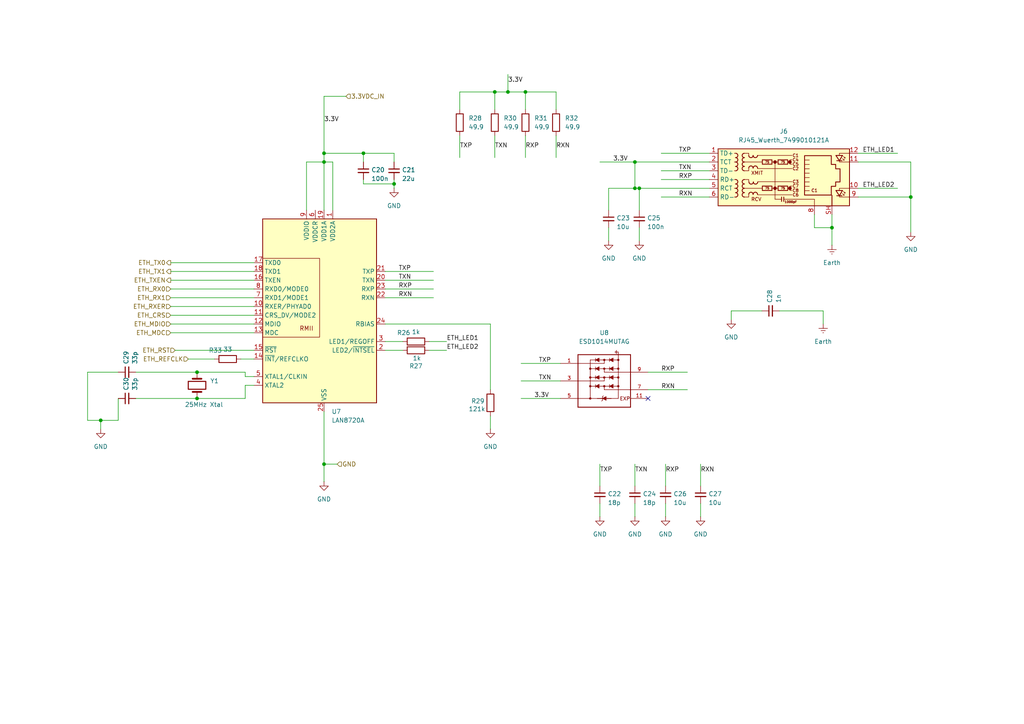
<source format=kicad_sch>
(kicad_sch (version 20231120) (generator "eeschema") (generator_version "8.0")
  (paper "A4")
  (lib_symbols
    (symbol "Connector:RJ45_Wuerth_7499010121A"
      (property "Reference" "J" (at 17.78 10.16 0))
      (property "Value" "RJ45_Wuerth_7499010121A" (at -6.35 10.16 0))
      (symbol "RJ45_Wuerth_7499010121A_0_0"
        (text "C1" (at 4.699 6.985 0) (effects (font (size 0.889 0.889))))
        (text "C1" (at 10.16 -3.175 0) (effects (font (size 0.889 0.889))))
        (text "C2" (at 4.699 3.175 0) (effects (font (size 0.889 0.889))))
        (text "C3" (at 4.699 -0.635 0) (effects (font (size 0.889 0.889))))
        (text "C4" (at 4.699 5.715 0) (effects (font (size 0.889 0.889))))
        (text "C5" (at 4.699 4.445 0) (effects (font (size 0.889 0.889))))
        (text "C6" (at 4.699 -4.445 0) (effects (font (size 0.889 0.889))))
        (text "C7" (at 4.699 -1.905 0) (effects (font (size 0.889 0.889))))
        (text "C8" (at 4.699 -3.175 0) (effects (font (size 0.889 0.889))))
        (text "RCV" (at -8.255 -5.715 0) (effects (font (size 1.016 1.016)) (justify left)))
        (text "XMIT" (at -8.255 1.905 0) (effects (font (size 1.016 1.016)) (justify left)))
      )
      (symbol "RJ45_Wuerth_7499010121A_1_0"
        (text "1000pF" (at 3.302 -6.477 0) (effects (font (size 0.635 0.635))))
      )
      (symbol "RJ45_Wuerth_7499010121A_1_1"
        (text "75" (at -3.556 -2.54 0) (effects (font (size 0.635 0.635))))
        (text "75" (at -3.556 5.08 0) (effects (font (size 0.635 0.635))))
        (text "75" (at 1.016 -2.54 0) (effects (font (size 0.635 0.635))))
        (text "75" (at 1.016 5.08 0) (effects (font (size 0.635 0.635))))
        (pin passive line (at -20.32 7.62 0) (length 2.54) (name "TD+") (number "1"))
        (pin passive line (at 22.86 -2.54 180) (length 2.54) (name "") (number "10"))
        (pin passive line (at 22.86 5.08 180) (length 2.54) (name "") (number "11"))
        (pin passive line (at 22.86 7.62 180) (length 2.54) (name "") (number "12"))
        (pin passive line (at -20.32 5.08 0) (length 2.54) (name "TCT") (number "2"))
        (pin passive line (at -20.32 2.54 0) (length 2.54) (name "TD-") (number "3"))
        (pin passive line (at -20.32 0 0) (length 2.54) (name "RD+") (number "4"))
        (pin passive line (at -20.32 -2.54 0) (length 2.54) (name "RCT") (number "5"))
        (pin passive line (at -20.32 -5.08 0) (length 2.54) (name "RD-") (number "6"))
        (pin no_connect line (at 20.32 0 0) (length 0) hide (name "NC") (number "7"))
        (pin power_in line (at 10.16 -10.16 90) (length 2.54) (name "") (number "8"))
        (pin passive line (at 22.86 -5.08 180) (length 2.54) (name "") (number "9"))
        (pin passive line (at 15.24 -10.16 90) (length 2.54) (name "") (number "SH"))
      )
    )
    (symbol "Device:C_Small" (pin_numbers hide) (pin_names (offset 0.254) hide)
      (property "Reference" "C" (at 0.254 1.778 0))
      (property "Value" "C_Small" (at 0.254 -2.032 0))
      (symbol "C_Small_1_1"
        (pin passive line (at 0 2.54 270) (length 2.032) (name "~") (number "1"))
        (pin passive line (at 0 -2.54 90) (length 2.032) (name "~") (number "2"))
      )
    )
    (symbol "Device:Crystal" (pin_numbers hide) (pin_names (offset 1.016) hide)
      (property "Reference" "Y" (at 0 3.81 0))
      (property "Value" "Crystal" (at 0 -3.81 0))
      (symbol "Crystal_1_1"
        (pin passive line (at -3.81 0 0) (length 1.27) (name "1") (number "1"))
        (pin passive line (at 3.81 0 180) (length 1.27) (name "2") (number "2"))
      )
    )
    (symbol "Device:R" (pin_numbers hide) (pin_names (offset 0))
      (property "Reference" "R" (at 2.032 0 90))
      (property "Value" "R" (at 0 0 90))
      (symbol "R_1_1"
        (pin passive line (at 0 3.81 270) (length 1.27) (name "~") (number "1"))
        (pin passive line (at 0 -3.81 90) (length 1.27) (name "~") (number "2"))
      )
    )
    (symbol "ESD1014MUTAG:ESD1014MUTAG" (pin_names (offset 1.016))
      (property "Reference" "U" (at -7.62 7.62 0))
      (property "Value" "ESD1014MUTAG" (at -7.62 -10.16 0))
      (symbol "ESD1014MUTAG_0_0"
        (text "EXP" (at 4.445 -5.715 0) (effects (font (size 1.016 1.016)) (justify left bottom)))
        (pin passive line (at -12.7 5.08 0) (length 5.08) (name "~") (number "1"))
        (pin passive line (at 12.7 -5.08 180) (length 5.08) (name "~") (number "11"))
        (pin passive line (at -12.7 0 0) (length 5.08) (name "~") (number "3"))
        (pin passive line (at -12.7 -5.08 0) (length 5.08) (name "~") (number "5"))
        (pin passive line (at 12.7 -2.54 180) (length 5.08) (name "~") (number "7"))
        (pin passive line (at 12.7 2.54 180) (length 5.08) (name "~") (number "9"))
      )
    )
    (symbol "Interface_Ethernet:LAN8720A"
      (property "Reference" "U" (at -13.97 29.21 0))
      (property "Value" "LAN8720A" (at 15.24 29.21 0))
      (symbol "LAN8720A_0_0"
        (text "RMII" (at -5.08 -3.81 0) (effects (font (size 1.27 1.27))))
      )
      (symbol "LAN8720A_1_1"
        (pin power_in line (at 2.54 30.48 270) (length 2.54) (name "VDD2A") (number "1"))
        (pin output line (at -20.32 2.54 0) (length 2.54) (name "RXER/PHYAD0") (number "10"))
        (pin bidirectional line (at -20.32 0 0) (length 2.54) (name "CRS_DV/MODE2") (number "11"))
        (pin bidirectional line (at -20.32 -2.54 0) (length 2.54) (name "MDIO") (number "12"))
        (pin input line (at -20.32 -5.08 0) (length 2.54) (name "MDC") (number "13"))
        (pin output line (at -20.32 -12.7 0) (length 2.54) (name "~{INT}/REFCLKO") (number "14"))
        (pin input line (at -20.32 -10.16 0) (length 2.54) (name "~{RST}") (number "15"))
        (pin input line (at -20.32 10.16 0) (length 2.54) (name "TXEN") (number "16"))
        (pin input line (at -20.32 15.24 0) (length 2.54) (name "TXD0") (number "17"))
        (pin input line (at -20.32 12.7 0) (length 2.54) (name "TXD1") (number "18"))
        (pin power_in line (at 0 30.48 270) (length 2.54) (name "VDD1A") (number "19"))
        (pin bidirectional line (at 17.78 -10.16 180) (length 2.54) (name "LED2/~{INTSEL}") (number "2"))
        (pin bidirectional line (at 17.78 10.16 180) (length 2.54) (name "TXN") (number "20"))
        (pin bidirectional line (at 17.78 12.7 180) (length 2.54) (name "TXP") (number "21"))
        (pin bidirectional line (at 17.78 5.08 180) (length 2.54) (name "RXN") (number "22"))
        (pin bidirectional line (at 17.78 7.62 180) (length 2.54) (name "RXP") (number "23"))
        (pin passive line (at 17.78 -2.54 180) (length 2.54) (name "RBIAS") (number "24"))
        (pin power_in line (at 0 -27.94 90) (length 2.54) (name "VSS") (number "25"))
        (pin bidirectional line (at 17.78 -7.62 180) (length 2.54) (name "LED1/REGOFF") (number "3"))
        (pin output line (at -20.32 -20.32 0) (length 2.54) (name "XTAL2") (number "4"))
        (pin input line (at -20.32 -17.78 0) (length 2.54) (name "XTAL1/CLKIN") (number "5"))
        (pin power_in line (at -2.54 30.48 270) (length 2.54) (name "VDDCR") (number "6"))
        (pin bidirectional line (at -20.32 5.08 0) (length 2.54) (name "RXD1/MODE1") (number "7"))
        (pin bidirectional line (at -20.32 7.62 0) (length 2.54) (name "RXD0/MODE0") (number "8"))
        (pin power_in line (at -5.08 30.48 270) (length 2.54) (name "VDDIO") (number "9"))
      )
    )
    (symbol "power:Earth" (power) (pin_numbers hide) (pin_names (offset 0) hide)
      (property "Value" "Earth" (at 0 -3.81 0))
      (symbol "Earth_1_1"
        (pin power_in line (at 0 0 270) (length 0) (name "~") (number "1"))
      )
    )
    (symbol "power:GND" (power) (pin_numbers hide) (pin_names (offset 0) hide)
      (property "Value" "GND" (at 0 -3.81 0))
      (symbol "GND_1_1"
        (pin power_in line (at 0 0 270) (length 0) (name "~") (number "1"))
      )
    )
  )
  (junction (at 184.15 54.61))
  (junction (at 143.51 26.67))
  (junction (at 57.15 107.95))
  (junction (at 93.98 134.62))
  (junction (at 93.98 46.99))
  (junction (at 241.3 66.04))
  (junction (at 152.4 26.67))
  (junction (at 114.3 53.34))
  (junction (at 264.16 57.15))
  (junction (at 105.41 44.45))
  (junction (at 147.32 26.67))
  (junction (at 185.42 54.61))
  (junction (at 184.15 46.99))
  (junction (at 93.98 44.45))
  (junction (at 57.15 115.57))
  (junction (at 29.21 121.92))
  (no_connect (at 187.96 115.57))
  (wire (pts (xy 151.13 110.49) (xy 162.56 110.49)))
  (wire (pts (xy 93.98 134.62) (xy 93.98 119.38)))
  (wire (pts (xy 173.99 46.99) (xy 184.15 46.99)))
  (wire (pts (xy 212.09 90.17) (xy 220.98 90.17)))
  (wire (pts (xy 133.35 31.75) (xy 133.35 26.67)))
  (wire (pts (xy 49.53 86.36) (xy 73.66 86.36)))
  (wire (pts (xy 264.16 57.15) (xy 264.16 67.31)))
  (wire (pts (xy 96.52 46.99) (xy 93.98 46.99)))
  (wire (pts (xy 212.09 92.71) (xy 212.09 90.17)))
  (wire (pts (xy 151.13 105.41) (xy 162.56 105.41)))
  (wire (pts (xy 142.24 120.65) (xy 142.24 124.46)))
  (wire (pts (xy 133.35 26.67) (xy 143.51 26.67)))
  (wire (pts (xy 238.76 93.98) (xy 238.76 90.17)))
  (wire (pts (xy 93.98 27.94) (xy 93.98 44.45)))
  (wire (pts (xy 111.76 99.06) (xy 116.84 99.06)))
  (wire (pts (xy 187.96 107.95) (xy 199.39 107.95)))
  (wire (pts (xy 39.37 107.95) (xy 57.15 107.95)))
  (wire (pts (xy 143.51 26.67) (xy 143.51 31.75)))
  (wire (pts (xy 193.04 146.05) (xy 193.04 149.86)))
  (wire (pts (xy 29.21 121.92) (xy 29.21 124.46)))
  (wire (pts (xy 161.29 26.67) (xy 161.29 31.75)))
  (wire (pts (xy 236.22 66.04) (xy 241.3 66.04)))
  (wire (pts (xy 191.77 57.15) (xy 205.74 57.15)))
  (wire (pts (xy 34.29 107.95) (xy 25.4 107.95)))
  (wire (pts (xy 152.4 26.67) (xy 152.4 31.75)))
  (wire (pts (xy 147.32 21.59) (xy 147.32 26.67)))
  (wire (pts (xy 105.41 52.07) (xy 105.41 53.34)))
  (wire (pts (xy 71.12 115.57) (xy 71.12 111.76)))
  (wire (pts (xy 105.41 53.34) (xy 114.3 53.34)))
  (wire (pts (xy 264.16 46.99) (xy 264.16 57.15)))
  (wire (pts (xy 152.4 39.37) (xy 152.4 45.72)))
  (wire (pts (xy 97.79 134.62) (xy 93.98 134.62)))
  (wire (pts (xy 143.51 26.67) (xy 147.32 26.67)))
  (wire (pts (xy 111.76 78.74) (xy 125.73 78.74)))
  (wire (pts (xy 184.15 54.61) (xy 185.42 54.61)))
  (wire (pts (xy 69.85 104.14) (xy 73.66 104.14)))
  (wire (pts (xy 191.77 52.07) (xy 205.74 52.07)))
  (wire (pts (xy 184.15 140.97) (xy 184.15 134.62)))
  (wire (pts (xy 184.15 146.05) (xy 184.15 149.86)))
  (wire (pts (xy 193.04 140.97) (xy 193.04 134.62)))
  (wire (pts (xy 25.4 121.92) (xy 29.21 121.92)))
  (wire (pts (xy 93.98 60.96) (xy 93.98 46.99)))
  (wire (pts (xy 143.51 39.37) (xy 143.51 45.72)))
  (wire (pts (xy 152.4 26.67) (xy 161.29 26.67)))
  (wire (pts (xy 226.06 90.17) (xy 238.76 90.17)))
  (wire (pts (xy 203.2 146.05) (xy 203.2 149.86)))
  (wire (pts (xy 176.53 60.96) (xy 176.53 54.61)))
  (wire (pts (xy 49.53 78.74) (xy 73.66 78.74)))
  (wire (pts (xy 184.15 46.99) (xy 205.74 46.99)))
  (wire (pts (xy 161.29 39.37) (xy 161.29 45.72)))
  (wire (pts (xy 111.76 93.98) (xy 142.24 93.98)))
  (wire (pts (xy 191.77 44.45) (xy 205.74 44.45)))
  (wire (pts (xy 241.3 62.23) (xy 241.3 66.04)))
  (wire (pts (xy 34.29 115.57) (xy 34.29 121.92)))
  (wire (pts (xy 93.98 46.99) (xy 88.9 46.99)))
  (wire (pts (xy 29.21 121.92) (xy 34.29 121.92)))
  (wire (pts (xy 100.33 27.94) (xy 93.98 27.94)))
  (wire (pts (xy 184.15 46.99) (xy 184.15 54.61)))
  (wire (pts (xy 111.76 86.36) (xy 125.73 86.36)))
  (wire (pts (xy 50.8 101.6) (xy 73.66 101.6)))
  (wire (pts (xy 93.98 44.45) (xy 105.41 44.45)))
  (wire (pts (xy 142.24 93.98) (xy 142.24 113.03)))
  (wire (pts (xy 248.92 46.99) (xy 264.16 46.99)))
  (wire (pts (xy 241.3 66.04) (xy 241.3 71.12)))
  (wire (pts (xy 49.53 96.52) (xy 73.66 96.52)))
  (wire (pts (xy 49.53 76.2) (xy 73.66 76.2)))
  (wire (pts (xy 71.12 109.22) (xy 73.66 109.22)))
  (wire (pts (xy 111.76 101.6) (xy 116.84 101.6)))
  (wire (pts (xy 236.22 62.23) (xy 236.22 66.04)))
  (wire (pts (xy 248.92 44.45) (xy 260.35 44.45)))
  (wire (pts (xy 114.3 52.07) (xy 114.3 53.34)))
  (wire (pts (xy 203.2 140.97) (xy 203.2 134.62)))
  (wire (pts (xy 248.92 54.61) (xy 260.35 54.61)))
  (wire (pts (xy 25.4 107.95) (xy 25.4 121.92)))
  (wire (pts (xy 176.53 66.04) (xy 176.53 69.85)))
  (wire (pts (xy 124.46 101.6) (xy 129.54 101.6)))
  (wire (pts (xy 173.99 140.97) (xy 173.99 134.62)))
  (wire (pts (xy 114.3 44.45) (xy 105.41 44.45)))
  (wire (pts (xy 173.99 146.05) (xy 173.99 149.86)))
  (wire (pts (xy 49.53 81.28) (xy 73.66 81.28)))
  (wire (pts (xy 176.53 54.61) (xy 184.15 54.61)))
  (wire (pts (xy 185.42 60.96) (xy 185.42 54.61)))
  (wire (pts (xy 124.46 99.06) (xy 129.54 99.06)))
  (wire (pts (xy 114.3 53.34) (xy 114.3 54.61)))
  (wire (pts (xy 151.13 115.57) (xy 162.56 115.57)))
  (wire (pts (xy 49.53 83.82) (xy 73.66 83.82)))
  (wire (pts (xy 111.76 83.82) (xy 125.73 83.82)))
  (wire (pts (xy 88.9 46.99) (xy 88.9 60.96)))
  (wire (pts (xy 185.42 66.04) (xy 185.42 69.85)))
  (wire (pts (xy 93.98 44.45) (xy 93.98 46.99)))
  (wire (pts (xy 96.52 60.96) (xy 96.52 46.99)))
  (wire (pts (xy 105.41 44.45) (xy 105.41 46.99)))
  (wire (pts (xy 71.12 107.95) (xy 71.12 109.22)))
  (wire (pts (xy 187.96 113.03) (xy 199.39 113.03)))
  (wire (pts (xy 133.35 39.37) (xy 133.35 45.72)))
  (wire (pts (xy 49.53 91.44) (xy 73.66 91.44)))
  (wire (pts (xy 185.42 54.61) (xy 205.74 54.61)))
  (wire (pts (xy 191.77 49.53) (xy 205.74 49.53)))
  (wire (pts (xy 248.92 57.15) (xy 264.16 57.15)))
  (wire (pts (xy 71.12 111.76) (xy 73.66 111.76)))
  (wire (pts (xy 57.15 115.57) (xy 71.12 115.57)))
  (wire (pts (xy 114.3 46.99) (xy 114.3 44.45)))
  (wire (pts (xy 39.37 115.57) (xy 57.15 115.57)))
  (wire (pts (xy 54.61 104.14) (xy 62.23 104.14)))
  (wire (pts (xy 111.76 81.28) (xy 125.73 81.28)))
  (wire (pts (xy 49.53 88.9) (xy 73.66 88.9)))
  (wire (pts (xy 49.53 93.98) (xy 73.66 93.98)))
  (wire (pts (xy 147.32 26.67) (xy 152.4 26.67)))
  (wire (pts (xy 57.15 107.95) (xy 71.12 107.95)))
  (wire (pts (xy 93.98 134.62) (xy 93.98 139.7)))
  (label "RXN" (at 161.29 43.18 0))
  (label "RXP" (at 115.57 83.82 0))
  (label "TXN" (at 196.85 49.53 0))
  (label "TXP" (at 156.21 105.41 0))
  (label "TXN" (at 115.57 81.28 0))
  (label "RXN" (at 191.77 113.03 0))
  (label "RXN" (at 115.57 86.36 0))
  (label "TXP" (at 115.57 78.74 0))
  (label "TXN" (at 184.15 137.16 0))
  (label "ETH_LED1" (at 250.19 44.45 0))
  (label "RXN" (at 203.2 137.16 0))
  (label "ETH_LED2" (at 129.54 101.6 0))
  (label "TXN" (at 143.51 43.18 0))
  (label "TXP" (at 173.99 137.16 0))
  (label "RXP" (at 152.4 43.18 0))
  (label "RXP" (at 196.85 52.07 0))
  (label "3.3V" (at 177.8 46.99 0))
  (label "RXP" (at 191.77 107.95 0))
  (label "ETH_LED1" (at 129.54 99.06 0))
  (label "TXP" (at 133.35 43.18 0))
  (label "TXN" (at 156.21 110.49 0))
  (label "3.3V" (at 93.98 35.56 0))
  (label "3.3V" (at 154.94 115.57 0))
  (label "RXN" (at 196.85 57.15 0))
  (label "3.3V" (at 147.32 24.13 0))
  (label "TXP" (at 196.85 44.45 0))
  (label "RXP" (at 193.04 137.16 0))
  (label "ETH_LED2" (at 250.19 54.61 0))
  (hierarchical_label "ETH_CRS" (shape input) (at 49.53 91.44 180))
  (hierarchical_label "3.3VDC_IN" (shape input) (at 100.33 27.94 0))
  (hierarchical_label "ETH_TX0" (shape output) (at 49.53 76.2 180))
  (hierarchical_label "ETH_REFCLK" (shape input) (at 54.61 104.14 180))
  (hierarchical_label "ETH_RX0" (shape input) (at 49.53 83.82 180))
  (hierarchical_label "ETH_RX1" (shape input) (at 49.53 86.36 180))
  (hierarchical_label "ETH_TXEN" (shape output) (at 49.53 81.28 180))
  (hierarchical_label "GND" (shape input) (at 97.79 134.62 0))
  (hierarchical_label "ETH_TX1" (shape output) (at 49.53 78.74 180))
  (hierarchical_label "ETH_RXER" (shape input) (at 49.53 88.9 180))
  (hierarchical_label "ETH_MDC" (shape input) (at 49.53 96.52 180))
  (hierarchical_label "ETH_RST" (shape input) (at 50.8 101.6 180))
  (hierarchical_label "ETH_MDIO" (shape input) (at 49.53 93.98 180))
  (symbol (lib_id "Device:C_Small") (at 36.83 115.57 90) (unit 1)
    (property "Reference" "C30" (at 36.576 113.284 0) (effects (justify left)))
    (property "Value" "33p" (at 39.116 113.284 0) (effects (justify left)))
    (property "Footprint" "Capacitor_SMD:C_0402_1005Metric_Pad0.74x0.62mm_HandSolder" (effects (hide yes)))
    (property "Description" "Unpolarized capacitor, small symbol" (effects (hide yes)))
  )
  (symbol (lib_id "Device:C_Small") (at 176.53 63.5 0) (unit 1)
    (property "Reference" "C23" (at 178.816 63.246 0) (effects (justify left)))
    (property "Value" "10u" (at 178.816 65.786 0) (effects (justify left)))
    (property "Footprint" "Capacitor_SMD:C_0402_1005Metric_Pad0.74x0.62mm_HandSolder" (effects (hide yes)))
    (property "Description" "Unpolarized capacitor, small symbol" (effects (hide yes)))
  )
  (symbol (lib_id "Device:C_Small") (at 36.83 107.95 90) (unit 1)
    (property "Reference" "C29" (at 36.576 105.664 0) (effects (justify left)))
    (property "Value" "33p" (at 39.116 105.664 0) (effects (justify left)))
    (property "Footprint" "Capacitor_SMD:C_0402_1005Metric_Pad0.74x0.62mm_HandSolder" (effects (hide yes)))
    (property "Description" "Unpolarized capacitor, small symbol" (effects (hide yes)))
  )
  (symbol (lib_id "Device:R") (at 143.51 35.56 0) (unit 1)
    (property "Reference" "R30" (at 146.05 34.2899 0) (effects (justify left)))
    (property "Value" "49.9" (at 146.05 36.8299 0) (effects (justify left)))
    (property "Description" "Resistor" (effects (hide yes)))
  )
  (symbol (lib_id "Device:C_Small") (at 223.52 90.17 90) (unit 1)
    (property "Reference" "C28" (at 223.266 87.884 0) (effects (justify left)))
    (property "Value" "1n" (at 225.806 87.884 0) (effects (justify left)))
    (property "Footprint" "Capacitor_SMD:C_0402_1005Metric_Pad0.74x0.62mm_HandSolder" (effects (hide yes)))
    (property "Description" "Unpolarized capacitor, small symbol" (effects (hide yes)))
  )
  (symbol (lib_id "power:GND") (at 264.16 67.31 0) (unit 1)
    (property "Reference" "#PWR049" (effects (hide yes)))
    (property "Value" "GND" (at 264.16 72.39 0))
    (property "Description" "Power symbol creates a global label with name \"GND\" , ground" (effects (hide yes)))
  )
  (symbol (lib_id "Device:C_Small") (at 203.2 143.51 0) (unit 1)
    (property "Reference" "C27" (at 205.486 143.256 0) (effects (justify left)))
    (property "Value" "10u" (at 205.486 145.796 0) (effects (justify left)))
    (property "Footprint" "Capacitor_SMD:C_0402_1005Metric_Pad0.74x0.62mm_HandSolder" (effects (hide yes)))
    (property "Description" "Unpolarized capacitor, small symbol" (effects (hide yes)))
  )
  (symbol (lib_id "power:GND") (at 193.04 149.86 0) (unit 1)
    (property "Reference" "#PWR044" (effects (hide yes)))
    (property "Value" "GND" (at 193.04 154.94 0))
    (property "Description" "Power symbol creates a global label with name \"GND\" , ground" (effects (hide yes)))
  )
  (symbol (lib_id "power:GND") (at 114.3 54.61 0) (unit 1)
    (property "Reference" "#PWR038" (effects (hide yes)))
    (property "Value" "GND" (at 114.3 59.69 0))
    (property "Description" "Power symbol creates a global label with name \"GND\" , ground" (effects (hide yes)))
  )
  (symbol (lib_id "Connector:RJ45_Wuerth_7499010121A") (at 226.06 52.07 0) (unit 1)
    (property "Reference" "J6" (at 227.33 38.1 0))
    (property "Value" "RJ45_Wuerth_7499010121A" (at 227.33 40.64 0))
    (property "Footprint" "Connector_RJ:RJ45_Wuerth_7499010121A_Horizontal" (effects (hide yes)))
    (property "Datasheet" "http://katalog.we-online.de/pbs/datasheet/7499010121A.pdf" (effects (hide yes)))
    (property "Description" "LAN Transformer Jack, RJ45, 10/100 BaseT" (effects (hide yes)))
  )
  (symbol (lib_id "Device:C_Small") (at 184.15 143.51 0) (unit 1)
    (property "Reference" "C24" (at 186.436 143.256 0) (effects (justify left)))
    (property "Value" "18p" (at 186.436 145.796 0) (effects (justify left)))
    (property "Footprint" "Capacitor_SMD:C_0402_1005Metric_Pad0.74x0.62mm_HandSolder" (effects (hide yes)))
    (property "Description" "Unpolarized capacitor, small symbol" (effects (hide yes)))
  )
  (symbol (lib_id "power:GND") (at 29.21 124.46 0) (unit 1)
    (property "Reference" "#PWR050" (effects (hide yes)))
    (property "Value" "GND" (at 29.21 129.54 0))
    (property "Description" "Power symbol creates a global label with name \"GND\" , ground" (effects (hide yes)))
  )
  (symbol (lib_id "power:GND") (at 173.99 149.86 0) (unit 1)
    (property "Reference" "#PWR040" (effects (hide yes)))
    (property "Value" "GND" (at 173.99 154.94 0))
    (property "Description" "Power symbol creates a global label with name \"GND\" , ground" (effects (hide yes)))
  )
  (symbol (lib_id "power:GND") (at 185.42 69.85 0) (unit 1)
    (property "Reference" "#PWR043" (effects (hide yes)))
    (property "Value" "GND" (at 185.42 74.93 0))
    (property "Description" "Power symbol creates a global label with name \"GND\" , ground" (effects (hide yes)))
  )
  (symbol (lib_id "power:GND") (at 176.53 69.85 0) (unit 1)
    (property "Reference" "#PWR041" (effects (hide yes)))
    (property "Value" "GND" (at 176.53 74.93 0))
    (property "Description" "Power symbol creates a global label with name \"GND\" , ground" (effects (hide yes)))
  )
  (symbol (lib_id "Device:R") (at 120.65 101.6 90) (unit 1)
    (property "Reference" "R27" (at 120.65 106.172 90))
    (property "Value" "1k" (at 120.904 103.886 90))
    (property "Description" "Resistor" (effects (hide yes)))
  )
  (symbol (lib_id "power:GND") (at 203.2 149.86 0) (unit 1)
    (property "Reference" "#PWR045" (effects (hide yes)))
    (property "Value" "GND" (at 203.2 154.94 0))
    (property "Description" "Power symbol creates a global label with name \"GND\" , ground" (effects (hide yes)))
  )
  (symbol (lib_id "Device:C_Small") (at 173.99 143.51 0) (unit 1)
    (property "Reference" "C22" (at 176.276 143.256 0) (effects (justify left)))
    (property "Value" "18p" (at 176.276 145.796 0) (effects (justify left)))
    (property "Footprint" "Capacitor_SMD:C_0402_1005Metric_Pad0.74x0.62mm_HandSolder" (effects (hide yes)))
    (property "Description" "Unpolarized capacitor, small symbol" (effects (hide yes)))
  )
  (symbol (lib_id "Device:R") (at 161.29 35.56 0) (unit 1)
    (property "Reference" "R32" (at 163.83 34.2899 0) (effects (justify left)))
    (property "Value" "49.9" (at 163.83 36.8299 0) (effects (justify left)))
    (property "Description" "Resistor" (effects (hide yes)))
  )
  (symbol (lib_id "Device:R") (at 142.24 116.84 0) (unit 1)
    (property "Reference" "R29" (at 136.652 116.332 0) (effects (justify left)))
    (property "Value" "121k" (at 135.89 118.618 0) (effects (justify left)))
    (property "Description" "Resistor" (effects (hide yes)))
  )
  (symbol (lib_id "power:GND") (at 93.98 139.7 0) (unit 1)
    (property "Reference" "#PWR037" (effects (hide yes)))
    (property "Value" "GND" (at 93.98 144.78 0))
    (property "Description" "Power symbol creates a global label with name \"GND\" , ground" (effects (hide yes)))
  )
  (symbol (lib_id "Device:R") (at 133.35 35.56 0) (unit 1)
    (property "Reference" "R28" (at 135.89 34.2899 0) (effects (justify left)))
    (property "Value" "49.9" (at 135.89 36.8299 0) (effects (justify left)))
    (property "Description" "Resistor" (effects (hide yes)))
  )
  (symbol (lib_id "power:GND") (at 184.15 149.86 0) (unit 1)
    (property "Reference" "#PWR042" (effects (hide yes)))
    (property "Value" "GND" (at 184.15 154.94 0))
    (property "Description" "Power symbol creates a global label with name \"GND\" , ground" (effects (hide yes)))
  )
  (symbol (lib_id "power:GND") (at 212.09 92.71 0) (unit 1)
    (property "Reference" "#PWR046" (effects (hide yes)))
    (property "Value" "GND" (at 212.09 97.79 0))
    (property "Description" "Power symbol creates a global label with name \"GND\" , ground" (effects (hide yes)))
  )
  (symbol (lib_id "power:GND") (at 142.24 124.46 0) (unit 1)
    (property "Reference" "#PWR039" (effects (hide yes)))
    (property "Value" "GND" (at 142.24 129.54 0))
    (property "Description" "Power symbol creates a global label with name \"GND\" , ground" (effects (hide yes)))
  )
  (symbol (lib_id "power:Earth") (at 241.3 71.12 0) (unit 1)
    (property "Reference" "#PWR048" (effects (hide yes)))
    (property "Value" "Earth" (at 241.3 76.2 0))
    (property "Description" "Power symbol creates a global label with name \"Earth\"" (effects (hide yes)))
  )
  (symbol (lib_id "Device:Crystal") (at 57.15 111.76 90) (unit 1)
    (property "Reference" "Y1" (at 60.96 110.4899 90) (effects (justify right)))
    (property "Value" "25MHz Xtal" (at 53.594 117.348 90) (effects (justify right)))
    (property "Description" "Two pin crystal" (effects (hide yes)))
  )
  (symbol (lib_id "Device:R") (at 152.4 35.56 0) (unit 1)
    (property "Reference" "R31" (at 154.94 34.2899 0) (effects (justify left)))
    (property "Value" "49.9" (at 154.94 36.8299 0) (effects (justify left)))
    (property "Description" "Resistor" (effects (hide yes)))
  )
  (symbol (lib_id "Device:C_Small") (at 114.3 49.53 0) (unit 1)
    (property "Reference" "C21" (at 116.586 49.276 0) (effects (justify left)))
    (property "Value" "22u" (at 116.586 51.816 0) (effects (justify left)))
    (property "Footprint" "Capacitor_SMD:C_0402_1005Metric_Pad0.74x0.62mm_HandSolder" (effects (hide yes)))
    (property "Description" "Unpolarized capacitor, small symbol" (effects (hide yes)))
  )
  (symbol (lib_id "Device:R") (at 120.65 99.06 90) (unit 1)
    (property "Reference" "R26" (at 117.094 96.52 90))
    (property "Value" "1k" (at 120.65 96.266 90))
    (property "Description" "Resistor" (effects (hide yes)))
  )
  (symbol (lib_id "Device:C_Small") (at 105.41 49.53 0) (unit 1)
    (property "Reference" "C20" (at 107.696 49.276 0) (effects (justify left)))
    (property "Value" "100n" (at 107.696 51.816 0) (effects (justify left)))
    (property "Footprint" "Capacitor_SMD:C_0402_1005Metric_Pad0.74x0.62mm_HandSolder" (effects (hide yes)))
    (property "Description" "Unpolarized capacitor, small symbol" (effects (hide yes)))
  )
  (symbol (lib_id "ESD1014MUTAG:ESD1014MUTAG") (at 175.26 110.49 0) (unit 1)
    (property "Reference" "U8" (at 175.26 96.52 0))
    (property "Value" "ESD1014MUTAG" (at 175.26 99.06 0))
    (property "Footprint" "ESD1014MUTAG:SON50P260X260X55-11N" (effects (hide yes)))
    (property "SNAPEDA_PACKAGE_ID" "45520" (effects (hide yes)))
    (property "B_NOM" "0.25" (effects (hide yes)))
    (property "Check_prices" "https://www.snapeda.com/parts/ESD1014MUTAG/Onsemi/view-part/?ref=eda" (effects (hide yes)))
    (property "B_MAX" "0.3" (effects (hide yes)))
    (property "Description_1" "\n11V Clamp 30A (8/20µs) Ipp Tvs Diode Surface Mount 10-UDFN (2.6x2.6)\n" (effects (hide yes)))
    (property "Price" "None" (effects (hide yes)))
    (property "ENOM" "0.5" (effects (hide yes)))
    (property "D_NOM" "2.6" (effects (hide yes)))
    (property "D_MAX" "2.7" (effects (hide yes)))
    (property "L_MAX" "0.4" (effects (hide yes)))
    (property "A_MAX" "0.55" (effects (hide yes)))
    (property "Package" "UDFN-10 ON Semiconductor" (effects (hide yes)))
    (property "E2_NOM" "1.235" (effects (hide yes)))
    (property "STANDARD" "IPC 7351B" (effects (hide yes)))
    (property "PARTREV" "7" (effects (hide yes)))
    (property "SnapEDA_Link" "https://www.snapeda.com/parts/ESD1014MUTAG/Onsemi/view-part/?ref=snap" (effects (hide yes)))
    (property "E_NOM" "2.6" (effects (hide yes)))
    (property "B_MIN" "0.2" (effects (hide yes)))
    (property "D2_NOM" "2.125" (effects (hide yes)))
    (property "PIN_COUNT" "10.0" (effects (hide yes)))
    (property "L_NOM" "0.35" (effects (hide yes)))
    (property "MANUFACTURER" "On Semiconductor" (effects (hide yes)))
    (property "MF" "ON Semiconductor" (effects (hide yes)))
    (property "E_MIN" "2.5" (effects (hide yes)))
    (property "D_MIN" "2.5" (effects (hide yes)))
    (property "MP" "ESD1014MUTAG" (effects (hide yes)))
    (property "L_MIN" "0.3" (effects (hide yes)))
    (property "Availability" "In Stock" (effects (hide yes)))
    (property "E_MAX" "2.7" (effects (hide yes)))
  )
  (symbol (lib_id "Interface_Ethernet:LAN8720A") (at 93.98 91.44 0) (unit 1)
    (property "Reference" "U7" (at 96.1741 119.38 0) (effects (justify left)))
    (property "Value" "LAN8720A" (at 96.1741 121.92 0) (effects (justify left)))
    (property "Footprint" "Package_DFN_QFN:VQFN-24-1EP_4x4mm_P0.5mm_EP2.5x2.5mm_ThermalVias" (effects (hide yes)))
    (property "Datasheet" "http://ww1.microchip.com/downloads/en/DeviceDoc/8720a.pdf" (effects (hide yes)))
    (property "Description" "LAN8720 Ethernet PHY with RMII interface, QFN-24" (effects (hide yes)))
  )
  (symbol (lib_id "power:Earth") (at 238.76 93.98 0) (unit 1)
    (property "Reference" "#PWR047" (effects (hide yes)))
    (property "Value" "Earth" (at 238.76 99.06 0))
    (property "Description" "Power symbol creates a global label with name \"Earth\"" (effects (hide yes)))
  )
  (symbol (lib_id "Device:C_Small") (at 193.04 143.51 0) (unit 1)
    (property "Reference" "C26" (at 195.326 143.256 0) (effects (justify left)))
    (property "Value" "10u" (at 195.326 145.796 0) (effects (justify left)))
    (property "Footprint" "Capacitor_SMD:C_0402_1005Metric_Pad0.74x0.62mm_HandSolder" (effects (hide yes)))
    (property "Description" "Unpolarized capacitor, small symbol" (effects (hide yes)))
  )
  (symbol (lib_id "Device:C_Small") (at 185.42 63.5 0) (unit 1)
    (property "Reference" "C25" (at 187.706 63.246 0) (effects (justify left)))
    (property "Value" "100n" (at 187.706 65.786 0) (effects (justify left)))
    (property "Footprint" "Capacitor_SMD:C_0402_1005Metric_Pad0.74x0.62mm_HandSolder" (effects (hide yes)))
    (property "Description" "Unpolarized capacitor, small symbol" (effects (hide yes)))
  )
  (symbol (lib_id "Device:R") (at 66.04 104.14 90) (unit 1)
    (property "Reference" "R33" (at 62.484 101.6 90))
    (property "Value" "33" (at 66.04 101.346 90))
    (property "Description" "Resistor" (effects (hide yes)))
  )
)
</source>
